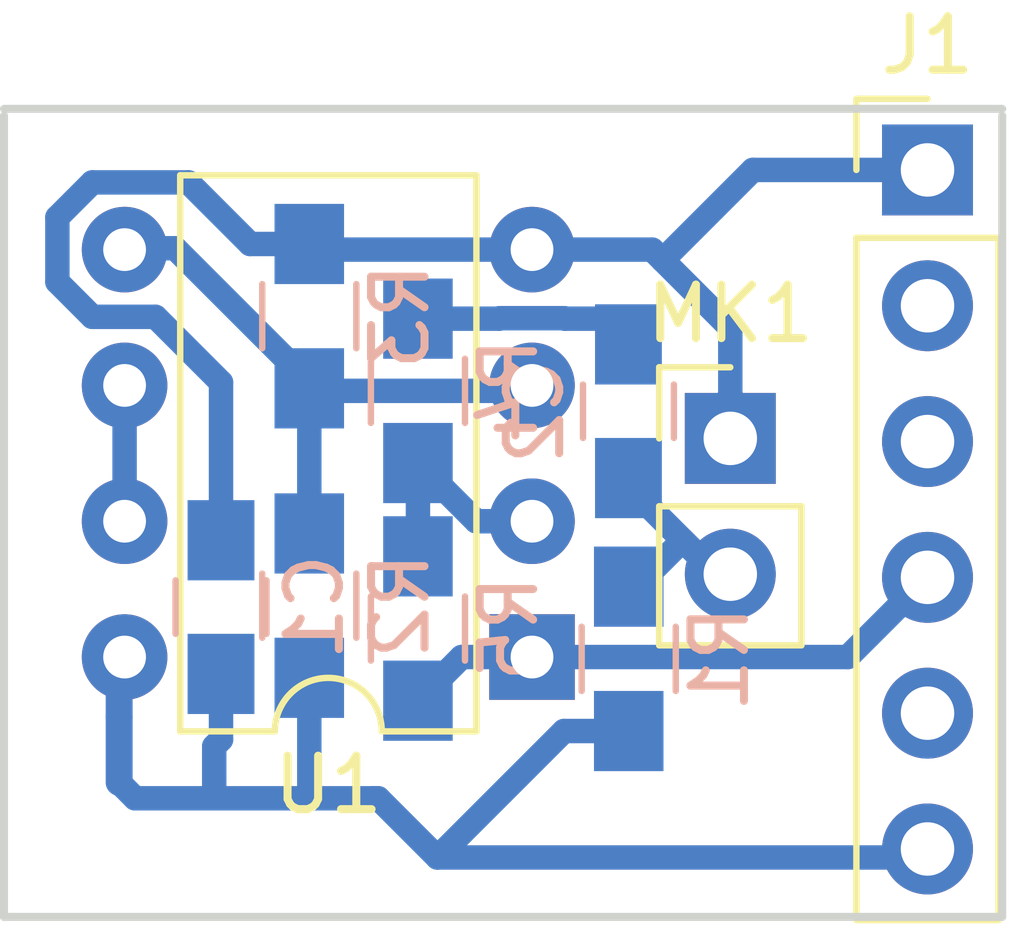
<source format=kicad_pcb>
(kicad_pcb (version 4) (host pcbnew 4.0.6)

  (general
    (links 19)
    (no_connects 0)
    (area 129.718999 101.8224 152.127934 121.2896)
    (thickness 1.6)
    (drawings 4)
    (tracks 75)
    (zones 0)
    (modules 10)
    (nets 12)
  )

  (page A4)
  (title_block
    (title "Amplificador de micrófono electret para EDU-CIAA")
    (date 2017-06-07)
    (rev 1)
    (company "Gzalo (Gonzalo Ávila Alterach)")
  )

  (layers
    (0 F.Cu signal)
    (31 B.Cu signal)
    (32 B.Adhes user hide)
    (33 F.Adhes user hide)
    (34 B.Paste user hide)
    (35 F.Paste user hide)
    (36 B.SilkS user hide)
    (37 F.SilkS user hide)
    (38 B.Mask user hide)
    (39 F.Mask user hide)
    (40 Dwgs.User user hide)
    (41 Cmts.User user hide)
    (42 Eco1.User user hide)
    (43 Eco2.User user hide)
    (44 Edge.Cuts user)
    (45 Margin user hide)
    (46 B.CrtYd user hide)
    (47 F.CrtYd user hide)
    (48 B.Fab user hide)
    (49 F.Fab user hide)
  )

  (setup
    (last_trace_width 0.4572)
    (user_trace_width 0.3048)
    (trace_clearance 0.2286)
    (zone_clearance 0.508)
    (zone_45_only no)
    (trace_min 0.2)
    (segment_width 0.2)
    (edge_width 0.15)
    (via_size 0.6)
    (via_drill 0.4)
    (via_min_size 0.4)
    (via_min_drill 0.3)
    (uvia_size 0.3)
    (uvia_drill 0.1)
    (uvias_allowed no)
    (uvia_min_size 0.2)
    (uvia_min_drill 0.1)
    (pcb_text_width 0.3)
    (pcb_text_size 1.5 1.5)
    (mod_edge_width 0.15)
    (mod_text_size 1 1)
    (mod_text_width 0.15)
    (pad_size 1.524 1.524)
    (pad_drill 0.762)
    (pad_to_mask_clearance 0.2)
    (aux_axis_origin 0 0)
    (visible_elements 7FFFEFFF)
    (pcbplotparams
      (layerselection 0x00030_80000001)
      (usegerberextensions false)
      (excludeedgelayer true)
      (linewidth 0.100000)
      (plotframeref false)
      (viasonmask false)
      (mode 1)
      (useauxorigin false)
      (hpglpennumber 1)
      (hpglpenspeed 20)
      (hpglpendiameter 15)
      (hpglpenoverlay 2)
      (psnegative false)
      (psa4output false)
      (plotreference true)
      (plotvalue true)
      (plotinvisibletext false)
      (padsonsilk false)
      (subtractmaskfromsilk false)
      (outputformat 1)
      (mirror false)
      (drillshape 1)
      (scaleselection 1)
      (outputdirectory C:/Users/gzalo/Desktop/esquema_habla/))
  )

  (net 0 "")
  (net 1 +3V3)
  (net 2 GND)
  (net 3 "Net-(C2-Pad1)")
  (net 4 "Net-(C2-Pad2)")
  (net 5 "Net-(J1-Pad2)")
  (net 6 "Net-(J1-Pad3)")
  (net 7 /adc_ch1)
  (net 8 /vref)
  (net 9 "Net-(R4-Pad1)")
  (net 10 "Net-(J1-Pad5)")
  (net 11 "Net-(U1-Pad6)")

  (net_class Default "Esta es la clase de red por defecto."
    (clearance 0.2286)
    (trace_width 0.4572)
    (via_dia 0.6)
    (via_drill 0.4)
    (uvia_dia 0.3)
    (uvia_drill 0.1)
    (add_net +3V3)
    (add_net /adc_ch1)
    (add_net /vref)
    (add_net GND)
    (add_net "Net-(C2-Pad1)")
    (add_net "Net-(C2-Pad2)")
    (add_net "Net-(J1-Pad2)")
    (add_net "Net-(J1-Pad3)")
    (add_net "Net-(J1-Pad5)")
    (add_net "Net-(R4-Pad1)")
    (add_net "Net-(U1-Pad6)")
  )

  (module Housings_DIP:DIP-8_W7.62mm (layer F.Cu) (tedit 58CC8E33) (tstamp 592666A9)
    (at 139.669192 114.266264 180)
    (descr "8-lead dip package, row spacing 7.62 mm (300 mils)")
    (tags "DIL DIP PDIP 2.54mm 7.62mm 300mil")
    (path /59265A9F)
    (fp_text reference U1 (at 3.81 -2.39 180) (layer F.SilkS)
      (effects (font (size 1 1) (thickness 0.15)))
    )
    (fp_text value MCP6002 (at 3.81 10.01 180) (layer F.Fab)
      (effects (font (size 1 1) (thickness 0.15)))
    )
    (fp_text user %R (at 3.81 3.81 180) (layer F.Fab)
      (effects (font (size 1 1) (thickness 0.15)))
    )
    (fp_line (start 1.635 -1.27) (end 6.985 -1.27) (layer F.Fab) (width 0.1))
    (fp_line (start 6.985 -1.27) (end 6.985 8.89) (layer F.Fab) (width 0.1))
    (fp_line (start 6.985 8.89) (end 0.635 8.89) (layer F.Fab) (width 0.1))
    (fp_line (start 0.635 8.89) (end 0.635 -0.27) (layer F.Fab) (width 0.1))
    (fp_line (start 0.635 -0.27) (end 1.635 -1.27) (layer F.Fab) (width 0.1))
    (fp_line (start 2.81 -1.39) (end 1.04 -1.39) (layer F.SilkS) (width 0.12))
    (fp_line (start 1.04 -1.39) (end 1.04 9.01) (layer F.SilkS) (width 0.12))
    (fp_line (start 1.04 9.01) (end 6.58 9.01) (layer F.SilkS) (width 0.12))
    (fp_line (start 6.58 9.01) (end 6.58 -1.39) (layer F.SilkS) (width 0.12))
    (fp_line (start 6.58 -1.39) (end 4.81 -1.39) (layer F.SilkS) (width 0.12))
    (fp_line (start -1.1 -1.6) (end -1.1 9.2) (layer F.CrtYd) (width 0.05))
    (fp_line (start -1.1 9.2) (end 8.7 9.2) (layer F.CrtYd) (width 0.05))
    (fp_line (start 8.7 9.2) (end 8.7 -1.6) (layer F.CrtYd) (width 0.05))
    (fp_line (start 8.7 -1.6) (end -1.1 -1.6) (layer F.CrtYd) (width 0.05))
    (fp_arc (start 3.81 -1.39) (end 2.81 -1.39) (angle -180) (layer F.SilkS) (width 0.12))
    (pad 1 thru_hole rect (at 0 0 180) (size 1.6 1.6) (drill 0.8) (layers *.Cu *.Mask)
      (net 7 /adc_ch1))
    (pad 5 thru_hole oval (at 7.62 7.62 180) (size 1.6 1.6) (drill 0.8) (layers *.Cu *.Mask)
      (net 8 /vref))
    (pad 2 thru_hole oval (at 0 2.54 180) (size 1.6 1.6) (drill 0.8) (layers *.Cu *.Mask)
      (net 9 "Net-(R4-Pad1)"))
    (pad 6 thru_hole oval (at 7.62 5.08 180) (size 1.6 1.6) (drill 0.8) (layers *.Cu *.Mask)
      (net 11 "Net-(U1-Pad6)"))
    (pad 3 thru_hole oval (at 0 5.08 180) (size 1.6 1.6) (drill 0.8) (layers *.Cu *.Mask)
      (net 8 /vref))
    (pad 7 thru_hole oval (at 7.62 2.54 180) (size 1.6 1.6) (drill 0.8) (layers *.Cu *.Mask)
      (net 11 "Net-(U1-Pad6)"))
    (pad 4 thru_hole oval (at 0 7.62 180) (size 1.6 1.6) (drill 0.8) (layers *.Cu *.Mask)
      (net 2 GND))
    (pad 8 thru_hole oval (at 7.62 0 180) (size 1.6 1.6) (drill 0.8) (layers *.Cu *.Mask)
      (net 1 +3V3))
    (model ${KISYS3DMOD}/Housings_DIP.3dshapes/DIP-8_W7.62mm.wrl
      (at (xyz 0 0 0))
      (scale (xyz 1 1 1))
      (rotate (xyz 0 0 0))
    )
  )

  (module Resistors_SMD:R_0805_HandSoldering (layer B.Cu) (tedit 58E0A804) (tstamp 59266691)
    (at 135.503592 107.890864 90)
    (descr "Resistor SMD 0805, hand soldering")
    (tags "resistor 0805")
    (path /59265C87)
    (attr smd)
    (fp_text reference R3 (at 0 1.7 90) (layer B.SilkS)
      (effects (font (size 1 1) (thickness 0.15)) (justify mirror))
    )
    (fp_text value 10k (at 0 -1.75 90) (layer B.Fab)
      (effects (font (size 1 1) (thickness 0.15)) (justify mirror))
    )
    (fp_text user %R (at 0 0 90) (layer B.Fab)
      (effects (font (size 0.5 0.5) (thickness 0.075)) (justify mirror))
    )
    (fp_line (start -1 -0.62) (end -1 0.62) (layer B.Fab) (width 0.1))
    (fp_line (start 1 -0.62) (end -1 -0.62) (layer B.Fab) (width 0.1))
    (fp_line (start 1 0.62) (end 1 -0.62) (layer B.Fab) (width 0.1))
    (fp_line (start -1 0.62) (end 1 0.62) (layer B.Fab) (width 0.1))
    (fp_line (start 0.6 -0.88) (end -0.6 -0.88) (layer B.SilkS) (width 0.12))
    (fp_line (start -0.6 0.88) (end 0.6 0.88) (layer B.SilkS) (width 0.12))
    (fp_line (start -2.35 0.9) (end 2.35 0.9) (layer B.CrtYd) (width 0.05))
    (fp_line (start -2.35 0.9) (end -2.35 -0.9) (layer B.CrtYd) (width 0.05))
    (fp_line (start 2.35 -0.9) (end 2.35 0.9) (layer B.CrtYd) (width 0.05))
    (fp_line (start 2.35 -0.9) (end -2.35 -0.9) (layer B.CrtYd) (width 0.05))
    (pad 1 smd rect (at -1.35 0 90) (size 1.5 1.3) (layers B.Cu B.Paste B.Mask)
      (net 8 /vref))
    (pad 2 smd rect (at 1.35 0 90) (size 1.5 1.3) (layers B.Cu B.Paste B.Mask)
      (net 2 GND))
    (model ${KISYS3DMOD}/Resistors_SMD.3dshapes/R_0805.wrl
      (at (xyz 0 0 0))
      (scale (xyz 1 1 1))
      (rotate (xyz 0 0 0))
    )
  )

  (module Capacitors_SMD:C_0805_HandSoldering (layer B.Cu) (tedit 58AA84A8) (tstamp 59266669)
    (at 133.852592 113.331864 90)
    (descr "Capacitor SMD 0805, hand soldering")
    (tags "capacitor 0805")
    (path /59265A53)
    (attr smd)
    (fp_text reference C1 (at 0 1.75 90) (layer B.SilkS)
      (effects (font (size 1 1) (thickness 0.15)) (justify mirror))
    )
    (fp_text value 100n (at 0 -1.75 90) (layer B.Fab)
      (effects (font (size 1 1) (thickness 0.15)) (justify mirror))
    )
    (fp_text user %R (at 0 1.75 90) (layer B.Fab)
      (effects (font (size 1 1) (thickness 0.15)) (justify mirror))
    )
    (fp_line (start -1 -0.62) (end -1 0.62) (layer B.Fab) (width 0.1))
    (fp_line (start 1 -0.62) (end -1 -0.62) (layer B.Fab) (width 0.1))
    (fp_line (start 1 0.62) (end 1 -0.62) (layer B.Fab) (width 0.1))
    (fp_line (start -1 0.62) (end 1 0.62) (layer B.Fab) (width 0.1))
    (fp_line (start 0.5 0.85) (end -0.5 0.85) (layer B.SilkS) (width 0.12))
    (fp_line (start -0.5 -0.85) (end 0.5 -0.85) (layer B.SilkS) (width 0.12))
    (fp_line (start -2.25 0.88) (end 2.25 0.88) (layer B.CrtYd) (width 0.05))
    (fp_line (start -2.25 0.88) (end -2.25 -0.87) (layer B.CrtYd) (width 0.05))
    (fp_line (start 2.25 -0.87) (end 2.25 0.88) (layer B.CrtYd) (width 0.05))
    (fp_line (start 2.25 -0.87) (end -2.25 -0.87) (layer B.CrtYd) (width 0.05))
    (pad 1 smd rect (at -1.25 0 90) (size 1.5 1.25) (layers B.Cu B.Paste B.Mask)
      (net 1 +3V3))
    (pad 2 smd rect (at 1.25 0 90) (size 1.5 1.25) (layers B.Cu B.Paste B.Mask)
      (net 2 GND))
    (model Capacitors_SMD.3dshapes/C_0805.wrl
      (at (xyz 0 0 0))
      (scale (xyz 1 1 1))
      (rotate (xyz 0 0 0))
    )
  )

  (module Capacitors_SMD:C_0805_HandSoldering (layer B.Cu) (tedit 58AA84A8) (tstamp 5926666F)
    (at 141.472592 109.668864 270)
    (descr "Capacitor SMD 0805, hand soldering")
    (tags "capacitor 0805")
    (path /5926640B)
    (attr smd)
    (fp_text reference C2 (at 0 1.75 270) (layer B.SilkS)
      (effects (font (size 1 1) (thickness 0.15)) (justify mirror))
    )
    (fp_text value 10u (at 0 -1.75 270) (layer B.Fab)
      (effects (font (size 1 1) (thickness 0.15)) (justify mirror))
    )
    (fp_text user %R (at 0 1.75 270) (layer B.Fab)
      (effects (font (size 1 1) (thickness 0.15)) (justify mirror))
    )
    (fp_line (start -1 -0.62) (end -1 0.62) (layer B.Fab) (width 0.1))
    (fp_line (start 1 -0.62) (end -1 -0.62) (layer B.Fab) (width 0.1))
    (fp_line (start 1 0.62) (end 1 -0.62) (layer B.Fab) (width 0.1))
    (fp_line (start -1 0.62) (end 1 0.62) (layer B.Fab) (width 0.1))
    (fp_line (start 0.5 0.85) (end -0.5 0.85) (layer B.SilkS) (width 0.12))
    (fp_line (start -0.5 -0.85) (end 0.5 -0.85) (layer B.SilkS) (width 0.12))
    (fp_line (start -2.25 0.88) (end 2.25 0.88) (layer B.CrtYd) (width 0.05))
    (fp_line (start -2.25 0.88) (end -2.25 -0.87) (layer B.CrtYd) (width 0.05))
    (fp_line (start 2.25 -0.87) (end 2.25 0.88) (layer B.CrtYd) (width 0.05))
    (fp_line (start 2.25 -0.87) (end -2.25 -0.87) (layer B.CrtYd) (width 0.05))
    (pad 1 smd rect (at -1.25 0 270) (size 1.5 1.25) (layers B.Cu B.Paste B.Mask)
      (net 3 "Net-(C2-Pad1)"))
    (pad 2 smd rect (at 1.25 0 270) (size 1.5 1.25) (layers B.Cu B.Paste B.Mask)
      (net 4 "Net-(C2-Pad2)"))
    (model Capacitors_SMD.3dshapes/C_0805.wrl
      (at (xyz 0 0 0))
      (scale (xyz 1 1 1))
      (rotate (xyz 0 0 0))
    )
  )

  (module Pin_Headers:Pin_Header_Straight_1x06_Pitch2.54mm (layer F.Cu) (tedit 58CD4EC1) (tstamp 59266679)
    (at 147.066 105.156)
    (descr "Through hole straight pin header, 1x06, 2.54mm pitch, single row")
    (tags "Through hole pin header THT 1x06 2.54mm single row")
    (path /59265886)
    (fp_text reference J1 (at 0 -2.33) (layer F.SilkS)
      (effects (font (size 1 1) (thickness 0.15)))
    )
    (fp_text value CONN_01X06 (at 0 15.03) (layer F.Fab)
      (effects (font (size 1 1) (thickness 0.15)))
    )
    (fp_line (start -1.27 -1.27) (end -1.27 13.97) (layer F.Fab) (width 0.1))
    (fp_line (start -1.27 13.97) (end 1.27 13.97) (layer F.Fab) (width 0.1))
    (fp_line (start 1.27 13.97) (end 1.27 -1.27) (layer F.Fab) (width 0.1))
    (fp_line (start 1.27 -1.27) (end -1.27 -1.27) (layer F.Fab) (width 0.1))
    (fp_line (start -1.33 1.27) (end -1.33 14.03) (layer F.SilkS) (width 0.12))
    (fp_line (start -1.33 14.03) (end 1.33 14.03) (layer F.SilkS) (width 0.12))
    (fp_line (start 1.33 14.03) (end 1.33 1.27) (layer F.SilkS) (width 0.12))
    (fp_line (start 1.33 1.27) (end -1.33 1.27) (layer F.SilkS) (width 0.12))
    (fp_line (start -1.33 0) (end -1.33 -1.33) (layer F.SilkS) (width 0.12))
    (fp_line (start -1.33 -1.33) (end 0 -1.33) (layer F.SilkS) (width 0.12))
    (fp_line (start -1.8 -1.8) (end -1.8 14.5) (layer F.CrtYd) (width 0.05))
    (fp_line (start -1.8 14.5) (end 1.8 14.5) (layer F.CrtYd) (width 0.05))
    (fp_line (start 1.8 14.5) (end 1.8 -1.8) (layer F.CrtYd) (width 0.05))
    (fp_line (start 1.8 -1.8) (end -1.8 -1.8) (layer F.CrtYd) (width 0.05))
    (fp_text user %R (at 0 -2.33) (layer F.Fab)
      (effects (font (size 1 1) (thickness 0.15)))
    )
    (pad 1 thru_hole rect (at 0 0) (size 1.7 1.7) (drill 1) (layers *.Cu *.Mask)
      (net 2 GND))
    (pad 2 thru_hole oval (at 0 2.54) (size 1.7 1.7) (drill 1) (layers *.Cu *.Mask)
      (net 5 "Net-(J1-Pad2)"))
    (pad 3 thru_hole oval (at 0 5.08) (size 1.7 1.7) (drill 1) (layers *.Cu *.Mask)
      (net 6 "Net-(J1-Pad3)"))
    (pad 4 thru_hole oval (at 0 7.62) (size 1.7 1.7) (drill 1) (layers *.Cu *.Mask)
      (net 7 /adc_ch1))
    (pad 5 thru_hole oval (at 0 10.16) (size 1.7 1.7) (drill 1) (layers *.Cu *.Mask)
      (net 10 "Net-(J1-Pad5)"))
    (pad 6 thru_hole oval (at 0 12.7) (size 1.7 1.7) (drill 1) (layers *.Cu *.Mask)
      (net 1 +3V3))
    (model ${KISYS3DMOD}/Pin_Headers.3dshapes/Pin_Header_Straight_1x06_Pitch2.54mm.wrl
      (at (xyz 0 -0.25 0))
      (scale (xyz 1 1 1))
      (rotate (xyz 0 0 90))
    )
  )

  (module Resistors_SMD:R_0805_HandSoldering (layer B.Cu) (tedit 58E0A804) (tstamp 59266685)
    (at 141.478 114.3 90)
    (descr "Resistor SMD 0805, hand soldering")
    (tags "resistor 0805")
    (path /59266026)
    (attr smd)
    (fp_text reference R1 (at 0 1.7 90) (layer B.SilkS)
      (effects (font (size 1 1) (thickness 0.15)) (justify mirror))
    )
    (fp_text value 10k (at 0 -1.75 90) (layer B.Fab)
      (effects (font (size 1 1) (thickness 0.15)) (justify mirror))
    )
    (fp_text user %R (at 0 0 90) (layer B.Fab)
      (effects (font (size 0.5 0.5) (thickness 0.075)) (justify mirror))
    )
    (fp_line (start -1 -0.62) (end -1 0.62) (layer B.Fab) (width 0.1))
    (fp_line (start 1 -0.62) (end -1 -0.62) (layer B.Fab) (width 0.1))
    (fp_line (start 1 0.62) (end 1 -0.62) (layer B.Fab) (width 0.1))
    (fp_line (start -1 0.62) (end 1 0.62) (layer B.Fab) (width 0.1))
    (fp_line (start 0.6 -0.88) (end -0.6 -0.88) (layer B.SilkS) (width 0.12))
    (fp_line (start -0.6 0.88) (end 0.6 0.88) (layer B.SilkS) (width 0.12))
    (fp_line (start -2.35 0.9) (end 2.35 0.9) (layer B.CrtYd) (width 0.05))
    (fp_line (start -2.35 0.9) (end -2.35 -0.9) (layer B.CrtYd) (width 0.05))
    (fp_line (start 2.35 -0.9) (end 2.35 0.9) (layer B.CrtYd) (width 0.05))
    (fp_line (start 2.35 -0.9) (end -2.35 -0.9) (layer B.CrtYd) (width 0.05))
    (pad 1 smd rect (at -1.35 0 90) (size 1.5 1.3) (layers B.Cu B.Paste B.Mask)
      (net 1 +3V3))
    (pad 2 smd rect (at 1.35 0 90) (size 1.5 1.3) (layers B.Cu B.Paste B.Mask)
      (net 4 "Net-(C2-Pad2)"))
    (model ${KISYS3DMOD}/Resistors_SMD.3dshapes/R_0805.wrl
      (at (xyz 0 0 0))
      (scale (xyz 1 1 1))
      (rotate (xyz 0 0 0))
    )
  )

  (module Resistors_SMD:R_0805_HandSoldering (layer B.Cu) (tedit 58E0A804) (tstamp 5926668B)
    (at 135.503592 113.304864 90)
    (descr "Resistor SMD 0805, hand soldering")
    (tags "resistor 0805")
    (path /59265C50)
    (attr smd)
    (fp_text reference R2 (at 0 1.7 90) (layer B.SilkS)
      (effects (font (size 1 1) (thickness 0.15)) (justify mirror))
    )
    (fp_text value 10k (at 0 -1.75 90) (layer B.Fab)
      (effects (font (size 1 1) (thickness 0.15)) (justify mirror))
    )
    (fp_text user %R (at 0 0 90) (layer B.Fab)
      (effects (font (size 0.5 0.5) (thickness 0.075)) (justify mirror))
    )
    (fp_line (start -1 -0.62) (end -1 0.62) (layer B.Fab) (width 0.1))
    (fp_line (start 1 -0.62) (end -1 -0.62) (layer B.Fab) (width 0.1))
    (fp_line (start 1 0.62) (end 1 -0.62) (layer B.Fab) (width 0.1))
    (fp_line (start -1 0.62) (end 1 0.62) (layer B.Fab) (width 0.1))
    (fp_line (start 0.6 -0.88) (end -0.6 -0.88) (layer B.SilkS) (width 0.12))
    (fp_line (start -0.6 0.88) (end 0.6 0.88) (layer B.SilkS) (width 0.12))
    (fp_line (start -2.35 0.9) (end 2.35 0.9) (layer B.CrtYd) (width 0.05))
    (fp_line (start -2.35 0.9) (end -2.35 -0.9) (layer B.CrtYd) (width 0.05))
    (fp_line (start 2.35 -0.9) (end 2.35 0.9) (layer B.CrtYd) (width 0.05))
    (fp_line (start 2.35 -0.9) (end -2.35 -0.9) (layer B.CrtYd) (width 0.05))
    (pad 1 smd rect (at -1.35 0 90) (size 1.5 1.3) (layers B.Cu B.Paste B.Mask)
      (net 1 +3V3))
    (pad 2 smd rect (at 1.35 0 90) (size 1.5 1.3) (layers B.Cu B.Paste B.Mask)
      (net 8 /vref))
    (model ${KISYS3DMOD}/Resistors_SMD.3dshapes/R_0805.wrl
      (at (xyz 0 0 0))
      (scale (xyz 1 1 1))
      (rotate (xyz 0 0 0))
    )
  )

  (module Resistors_SMD:R_0805_HandSoldering (layer B.Cu) (tedit 58E0A804) (tstamp 59266697)
    (at 137.535592 109.287864 90)
    (descr "Resistor SMD 0805, hand soldering")
    (tags "resistor 0805")
    (path /59266348)
    (attr smd)
    (fp_text reference R4 (at 0 1.7 90) (layer B.SilkS)
      (effects (font (size 1 1) (thickness 0.15)) (justify mirror))
    )
    (fp_text value 1k (at 0 -1.75 90) (layer B.Fab)
      (effects (font (size 1 1) (thickness 0.15)) (justify mirror))
    )
    (fp_text user %R (at 0 0 90) (layer B.Fab)
      (effects (font (size 0.5 0.5) (thickness 0.075)) (justify mirror))
    )
    (fp_line (start -1 -0.62) (end -1 0.62) (layer B.Fab) (width 0.1))
    (fp_line (start 1 -0.62) (end -1 -0.62) (layer B.Fab) (width 0.1))
    (fp_line (start 1 0.62) (end 1 -0.62) (layer B.Fab) (width 0.1))
    (fp_line (start -1 0.62) (end 1 0.62) (layer B.Fab) (width 0.1))
    (fp_line (start 0.6 -0.88) (end -0.6 -0.88) (layer B.SilkS) (width 0.12))
    (fp_line (start -0.6 0.88) (end 0.6 0.88) (layer B.SilkS) (width 0.12))
    (fp_line (start -2.35 0.9) (end 2.35 0.9) (layer B.CrtYd) (width 0.05))
    (fp_line (start -2.35 0.9) (end -2.35 -0.9) (layer B.CrtYd) (width 0.05))
    (fp_line (start 2.35 -0.9) (end 2.35 0.9) (layer B.CrtYd) (width 0.05))
    (fp_line (start 2.35 -0.9) (end -2.35 -0.9) (layer B.CrtYd) (width 0.05))
    (pad 1 smd rect (at -1.35 0 90) (size 1.5 1.3) (layers B.Cu B.Paste B.Mask)
      (net 9 "Net-(R4-Pad1)"))
    (pad 2 smd rect (at 1.35 0 90) (size 1.5 1.3) (layers B.Cu B.Paste B.Mask)
      (net 3 "Net-(C2-Pad1)"))
    (model ${KISYS3DMOD}/Resistors_SMD.3dshapes/R_0805.wrl
      (at (xyz 0 0 0))
      (scale (xyz 1 1 1))
      (rotate (xyz 0 0 0))
    )
  )

  (module Resistors_SMD:R_0805_HandSoldering (layer B.Cu) (tedit 58E0A804) (tstamp 5926669D)
    (at 137.535592 113.732864 90)
    (descr "Resistor SMD 0805, hand soldering")
    (tags "resistor 0805")
    (path /5926607C)
    (attr smd)
    (fp_text reference R5 (at 0 1.7 90) (layer B.SilkS)
      (effects (font (size 1 1) (thickness 0.15)) (justify mirror))
    )
    (fp_text value 100k (at 0 -1.75 90) (layer B.Fab)
      (effects (font (size 1 1) (thickness 0.15)) (justify mirror))
    )
    (fp_text user %R (at 0 0 90) (layer B.Fab)
      (effects (font (size 0.5 0.5) (thickness 0.075)) (justify mirror))
    )
    (fp_line (start -1 -0.62) (end -1 0.62) (layer B.Fab) (width 0.1))
    (fp_line (start 1 -0.62) (end -1 -0.62) (layer B.Fab) (width 0.1))
    (fp_line (start 1 0.62) (end 1 -0.62) (layer B.Fab) (width 0.1))
    (fp_line (start -1 0.62) (end 1 0.62) (layer B.Fab) (width 0.1))
    (fp_line (start 0.6 -0.88) (end -0.6 -0.88) (layer B.SilkS) (width 0.12))
    (fp_line (start -0.6 0.88) (end 0.6 0.88) (layer B.SilkS) (width 0.12))
    (fp_line (start -2.35 0.9) (end 2.35 0.9) (layer B.CrtYd) (width 0.05))
    (fp_line (start -2.35 0.9) (end -2.35 -0.9) (layer B.CrtYd) (width 0.05))
    (fp_line (start 2.35 -0.9) (end 2.35 0.9) (layer B.CrtYd) (width 0.05))
    (fp_line (start 2.35 -0.9) (end -2.35 -0.9) (layer B.CrtYd) (width 0.05))
    (pad 1 smd rect (at -1.35 0 90) (size 1.5 1.3) (layers B.Cu B.Paste B.Mask)
      (net 7 /adc_ch1))
    (pad 2 smd rect (at 1.35 0 90) (size 1.5 1.3) (layers B.Cu B.Paste B.Mask)
      (net 9 "Net-(R4-Pad1)"))
    (model ${KISYS3DMOD}/Resistors_SMD.3dshapes/R_0805.wrl
      (at (xyz 0 0 0))
      (scale (xyz 1 1 1))
      (rotate (xyz 0 0 0))
    )
  )

  (module Pin_Headers:Pin_Header_Straight_1x02_Pitch2.54mm (layer F.Cu) (tedit 58CD4EC1) (tstamp 5929B5D5)
    (at 143.377592 110.176864)
    (descr "Through hole straight pin header, 1x02, 2.54mm pitch, single row")
    (tags "Through hole pin header THT 1x02 2.54mm single row")
    (path /59265E64)
    (fp_text reference MK1 (at 0 -2.33) (layer F.SilkS)
      (effects (font (size 1 1) (thickness 0.15)))
    )
    (fp_text value Microphone (at 0 4.87) (layer F.Fab)
      (effects (font (size 1 1) (thickness 0.15)))
    )
    (fp_line (start -1.27 -1.27) (end -1.27 3.81) (layer F.Fab) (width 0.1))
    (fp_line (start -1.27 3.81) (end 1.27 3.81) (layer F.Fab) (width 0.1))
    (fp_line (start 1.27 3.81) (end 1.27 -1.27) (layer F.Fab) (width 0.1))
    (fp_line (start 1.27 -1.27) (end -1.27 -1.27) (layer F.Fab) (width 0.1))
    (fp_line (start -1.33 1.27) (end -1.33 3.87) (layer F.SilkS) (width 0.12))
    (fp_line (start -1.33 3.87) (end 1.33 3.87) (layer F.SilkS) (width 0.12))
    (fp_line (start 1.33 3.87) (end 1.33 1.27) (layer F.SilkS) (width 0.12))
    (fp_line (start 1.33 1.27) (end -1.33 1.27) (layer F.SilkS) (width 0.12))
    (fp_line (start -1.33 0) (end -1.33 -1.33) (layer F.SilkS) (width 0.12))
    (fp_line (start -1.33 -1.33) (end 0 -1.33) (layer F.SilkS) (width 0.12))
    (fp_line (start -1.8 -1.8) (end -1.8 4.35) (layer F.CrtYd) (width 0.05))
    (fp_line (start -1.8 4.35) (end 1.8 4.35) (layer F.CrtYd) (width 0.05))
    (fp_line (start 1.8 4.35) (end 1.8 -1.8) (layer F.CrtYd) (width 0.05))
    (fp_line (start 1.8 -1.8) (end -1.8 -1.8) (layer F.CrtYd) (width 0.05))
    (fp_text user %R (at 0 -2.33) (layer F.Fab)
      (effects (font (size 1 1) (thickness 0.15)))
    )
    (pad 1 thru_hole rect (at 0 0) (size 1.7 1.7) (drill 1) (layers *.Cu *.Mask)
      (net 2 GND))
    (pad 2 thru_hole oval (at 0 2.54) (size 1.7 1.7) (drill 1) (layers *.Cu *.Mask)
      (net 4 "Net-(C2-Pad2)"))
    (model ${KISYS3DMOD}/Pin_Headers.3dshapes/Pin_Header_Straight_1x02_Pitch2.54mm.wrl
      (at (xyz 0 -0.05 0))
      (scale (xyz 1 1 1))
      (rotate (xyz 0 0 90))
    )
  )

  (gr_line (start 148.463 104.013) (end 129.794 104.013) (layer Edge.Cuts) (width 0.15))
  (gr_line (start 148.463 119.126) (end 148.463 104.14) (layer Edge.Cuts) (width 0.15))
  (gr_line (start 129.794 119.126) (end 148.463 119.126) (layer Edge.Cuts) (width 0.15))
  (gr_line (start 129.794 104.14) (end 129.794 119.126) (layer Edge.Cuts) (width 0.15))

  (segment (start 141.478 115.65) (end 140.265856 115.65) (width 0.4572) (layer B.Cu) (net 1))
  (segment (start 140.265856 115.65) (end 137.900792 118.015064) (width 0.4572) (layer B.Cu) (net 1))
  (segment (start 147.066 117.856) (end 146.906935 118.015065) (width 0.4572) (layer B.Cu) (net 1))
  (segment (start 146.906935 118.015065) (end 137.900792 118.015064) (width 0.4572) (layer B.Cu) (net 1))
  (segment (start 137.900792 118.015064) (end 136.793592 116.907864) (width 0.4572) (layer B.Cu) (net 1))
  (segment (start 136.793592 116.907864) (end 136.693592 116.907864) (width 0.4572) (layer B.Cu) (net 1))
  (segment (start 135.503592 116.907864) (end 133.725592 116.907864) (width 0.4572) (layer B.Cu) (net 1))
  (segment (start 133.852592 114.601864) (end 133.852592 115.809064) (width 0.4572) (layer B.Cu) (net 1))
  (segment (start 133.725592 116.907864) (end 132.244592 116.907864) (width 0.4572) (layer B.Cu) (net 1))
  (segment (start 133.852592 115.809064) (end 133.725592 115.936064) (width 0.4572) (layer B.Cu) (net 1))
  (segment (start 133.725592 115.936064) (end 133.725592 116.907864) (width 0.4572) (layer B.Cu) (net 1))
  (segment (start 135.503592 114.654864) (end 135.503592 116.907864) (width 0.4572) (layer B.Cu) (net 1))
  (segment (start 135.663592 114.494864) (end 135.503592 114.654864) (width 0.4572) (layer B.Cu) (net 1))
  (segment (start 136.693592 116.907864) (end 135.503592 116.907864) (width 0.4572) (layer B.Cu) (net 1))
  (segment (start 132.244592 116.907864) (end 131.947592 116.610864) (width 0.4572) (layer B.Cu) (net 1))
  (segment (start 132.130792 114.347864) (end 132.049192 114.266264) (width 0.4572) (layer B.Cu) (net 1))
  (segment (start 131.947592 114.367864) (end 131.947592 115.383864) (width 0.504) (layer B.Cu) (net 1))
  (segment (start 131.947592 115.383864) (end 131.947592 116.610864) (width 0.504) (layer B.Cu) (net 1))
  (segment (start 132.049192 114.266264) (end 131.947592 114.367864) (width 0.504) (layer B.Cu) (net 1))
  (segment (start 132.627051 107.903465) (end 131.445735 107.903465) (width 0.4572) (layer B.Cu) (net 2))
  (segment (start 131.445735 107.903465) (end 130.791991 107.249721) (width 0.4572) (layer B.Cu) (net 2))
  (segment (start 130.791991 107.249721) (end 130.791991 106.042807) (width 0.4572) (layer B.Cu) (net 2))
  (segment (start 134.396392 106.540864) (end 135.503592 106.540864) (width 0.4572) (layer B.Cu) (net 2))
  (segment (start 130.791991 106.042807) (end 131.445735 105.389063) (width 0.4572) (layer B.Cu) (net 2))
  (segment (start 131.445735 105.389063) (end 133.244591 105.389063) (width 0.4572) (layer B.Cu) (net 2))
  (segment (start 133.244591 105.389063) (end 134.396392 106.540864) (width 0.4572) (layer B.Cu) (net 2))
  (segment (start 142.113 106.843072) (end 143.377592 108.107664) (width 0.4572) (layer B.Cu) (net 2))
  (segment (start 142.113 106.843072) (end 143.800072 105.156) (width 0.4572) (layer B.Cu) (net 2))
  (segment (start 141.916192 106.646264) (end 142.113 106.843072) (width 0.4572) (layer B.Cu) (net 2))
  (segment (start 143.800072 105.156) (end 147.066 105.156) (width 0.4572) (layer B.Cu) (net 2))
  (segment (start 139.669192 106.646264) (end 141.916192 106.646264) (width 0.4572) (layer B.Cu) (net 2))
  (segment (start 143.377592 108.107664) (end 143.377592 110.176864) (width 0.4572) (layer B.Cu) (net 2))
  (segment (start 133.852592 112.101864) (end 133.852592 109.129006) (width 0.4572) (layer B.Cu) (net 2))
  (segment (start 133.852592 109.129006) (end 132.627051 107.903465) (width 0.4572) (layer B.Cu) (net 2))
  (segment (start 139.669192 106.646264) (end 135.608992 106.646264) (width 0.4572) (layer B.Cu) (net 2))
  (segment (start 135.608992 106.646264) (end 135.503592 106.540864) (width 0.4572) (layer B.Cu) (net 2))
  (segment (start 135.583592 106.620864) (end 135.503592 106.540864) (width 0.4572) (layer B.Cu) (net 2))
  (segment (start 143.377592 109.414864) (end 143.377592 109.668864) (width 0.504) (layer B.Cu) (net 2))
  (segment (start 141.472592 108.418864) (end 140.991592 107.937864) (width 0.4572) (layer B.Cu) (net 3))
  (segment (start 140.991592 107.937864) (end 140.28145 107.937864) (width 0.4572) (layer B.Cu) (net 3))
  (segment (start 140.28145 107.937864) (end 140.272649 107.929063) (width 0.4572) (layer B.Cu) (net 3))
  (segment (start 138.642792 107.937864) (end 137.535592 107.937864) (width 0.4572) (layer B.Cu) (net 3))
  (segment (start 140.272649 107.929063) (end 139.065735 107.929063) (width 0.4572) (layer B.Cu) (net 3))
  (segment (start 139.065735 107.929063) (end 139.056934 107.937864) (width 0.4572) (layer B.Cu) (net 3))
  (segment (start 139.056934 107.937864) (end 138.642792 107.937864) (width 0.4572) (layer B.Cu) (net 3))
  (segment (start 141.478 112.95) (end 141.620456 112.95) (width 0.4572) (layer B.Cu) (net 4))
  (segment (start 141.620456 112.95) (end 142.488592 112.081864) (width 0.4572) (layer B.Cu) (net 4))
  (segment (start 141.472592 111.065864) (end 142.488592 112.081864) (width 0.4572) (layer B.Cu) (net 4))
  (segment (start 142.488592 112.081864) (end 142.869592 112.462864) (width 0.4572) (layer B.Cu) (net 4))
  (segment (start 143.377592 112.716864) (end 143.123592 112.716864) (width 0.4572) (layer B.Cu) (net 4))
  (segment (start 143.123592 112.716864) (end 142.488592 112.081864) (width 0.4572) (layer B.Cu) (net 4))
  (segment (start 141.472592 110.918864) (end 141.472592 111.065864) (width 0.4572) (layer B.Cu) (net 4))
  (segment (start 139.669192 114.266264) (end 145.575736 114.266264) (width 0.4572) (layer B.Cu) (net 7))
  (segment (start 145.575736 114.266264) (end 147.066 112.776) (width 0.4572) (layer B.Cu) (net 7))
  (segment (start 137.535592 115.082864) (end 137.361592 115.082864) (width 0.4572) (layer B.Cu) (net 7))
  (segment (start 139.669192 114.266264) (end 138.352192 114.266264) (width 0.4572) (layer B.Cu) (net 7))
  (segment (start 138.352192 114.266264) (end 137.535592 115.082864) (width 0.4572) (layer B.Cu) (net 7))
  (segment (start 139.723792 114.320864) (end 139.669192 114.266264) (width 0.4572) (layer B.Cu) (net 7))
  (segment (start 132.074592 106.620864) (end 132.993673 106.620864) (width 0.4572) (layer B.Cu) (net 8))
  (segment (start 132.993673 106.620864) (end 135.503592 109.130783) (width 0.4572) (layer B.Cu) (net 8))
  (segment (start 135.503592 109.130783) (end 135.503592 109.240864) (width 0.4572) (layer B.Cu) (net 8))
  (segment (start 132.074592 106.620864) (end 132.049192 106.646264) (width 0.4572) (layer B.Cu) (net 8))
  (segment (start 139.669192 109.186264) (end 139.567592 109.287864) (width 0.4572) (layer B.Cu) (net 8))
  (segment (start 139.567592 109.287864) (end 135.550592 109.287864) (width 0.4572) (layer B.Cu) (net 8))
  (segment (start 135.550592 109.287864) (end 135.503592 109.240864) (width 0.4572) (layer B.Cu) (net 8))
  (segment (start 135.503592 109.240864) (end 135.503592 111.954864) (width 0.4572) (layer B.Cu) (net 8))
  (segment (start 139.897792 109.414864) (end 139.669192 109.186264) (width 0.4572) (layer B.Cu) (net 8))
  (segment (start 139.817792 109.334864) (end 139.669192 109.186264) (width 0.504) (layer B.Cu) (net 8))
  (segment (start 137.535592 112.382864) (end 137.535592 110.637864) (width 0.4572) (layer B.Cu) (net 9))
  (segment (start 139.669192 111.726264) (end 138.623992 111.726264) (width 0.4572) (layer B.Cu) (net 9))
  (segment (start 138.623992 111.726264) (end 137.535592 110.637864) (width 0.4572) (layer B.Cu) (net 9))
  (segment (start 139.774592 111.620864) (end 139.669192 111.726264) (width 0.4572) (layer B.Cu) (net 9))
  (segment (start 132.049192 111.726264) (end 132.049192 109.186264) (width 0.4572) (layer B.Cu) (net 11))
  (segment (start 132.230792 111.907864) (end 132.049192 111.726264) (width 0.4572) (layer B.Cu) (net 11))
  (segment (start 132.070792 109.207864) (end 132.049192 109.186264) (width 0.4572) (layer B.Cu) (net 11))

)

</source>
